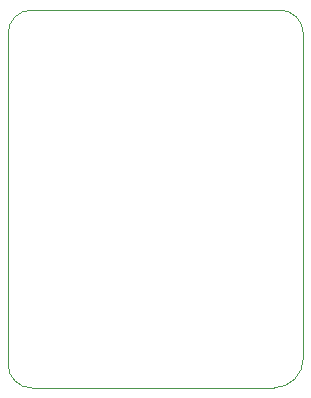
<source format=gm1>
G04 #@! TF.GenerationSoftware,KiCad,Pcbnew,7.0.1*
G04 #@! TF.CreationDate,2024-03-07T21:27:50+09:00*
G04 #@! TF.ProjectId,MP2603-array,4d503236-3033-42d6-9172-7261792e6b69,rev?*
G04 #@! TF.SameCoordinates,PX94c5f00PY6bc3e40*
G04 #@! TF.FileFunction,Profile,NP*
%FSLAX46Y46*%
G04 Gerber Fmt 4.6, Leading zero omitted, Abs format (unit mm)*
G04 Created by KiCad (PCBNEW 7.0.1) date 2024-03-07 21:27:50*
%MOMM*%
%LPD*%
G01*
G04 APERTURE LIST*
G04 #@! TA.AperFunction,Profile*
%ADD10C,0.100000*%
G04 #@! TD*
G04 APERTURE END LIST*
D10*
X0Y2000000D02*
G75*
G03*
X2000000Y0I2000000J0D01*
G01*
X25000000Y30000000D02*
G75*
G03*
X23000000Y32000000I-2000000J0D01*
G01*
X25000000Y2500000D02*
X25000000Y30000000D01*
X0Y30000000D02*
X0Y2000000D01*
X22500000Y0D02*
G75*
G03*
X25000000Y2500000I0J2500000D01*
G01*
X23000000Y32000000D02*
X2000000Y32000000D01*
X2000000Y0D02*
X22500000Y0D01*
X2000000Y32000000D02*
G75*
G03*
X0Y30000000I0J-2000000D01*
G01*
M02*

</source>
